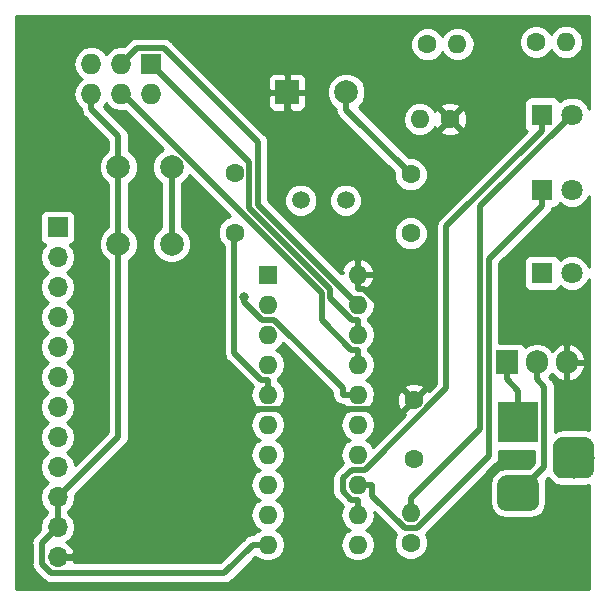
<source format=gbl>
G04 #@! TF.GenerationSoftware,KiCad,Pcbnew,5.0.2-5.fc29*
G04 #@! TF.CreationDate,2019-02-21T16:31:19+01:00*
G04 #@! TF.ProjectId,AVR Dev,41565220-4465-4762-9e6b-696361645f70,rev?*
G04 #@! TF.SameCoordinates,Original*
G04 #@! TF.FileFunction,Copper,L2,Bot*
G04 #@! TF.FilePolarity,Positive*
%FSLAX46Y46*%
G04 Gerber Fmt 4.6, Leading zero omitted, Abs format (unit mm)*
G04 Created by KiCad (PCBNEW 5.0.2-5.fc29) date czw, 21 lut 2019, 16:31:19*
%MOMM*%
%LPD*%
G01*
G04 APERTURE LIST*
G04 #@! TA.AperFunction,ComponentPad*
%ADD10C,1.600000*%
G04 #@! TD*
G04 #@! TA.AperFunction,ComponentPad*
%ADD11R,2.000000X2.000000*%
G04 #@! TD*
G04 #@! TA.AperFunction,ComponentPad*
%ADD12C,2.000000*%
G04 #@! TD*
G04 #@! TA.AperFunction,ComponentPad*
%ADD13R,1.800000X1.800000*%
G04 #@! TD*
G04 #@! TA.AperFunction,ComponentPad*
%ADD14C,1.800000*%
G04 #@! TD*
G04 #@! TA.AperFunction,ComponentPad*
%ADD15R,3.500000X3.500000*%
G04 #@! TD*
G04 #@! TA.AperFunction,Conductor*
%ADD16C,0.200000*%
G04 #@! TD*
G04 #@! TA.AperFunction,ComponentPad*
%ADD17C,3.000000*%
G04 #@! TD*
G04 #@! TA.AperFunction,ComponentPad*
%ADD18C,3.500000*%
G04 #@! TD*
G04 #@! TA.AperFunction,ComponentPad*
%ADD19R,1.700000X1.700000*%
G04 #@! TD*
G04 #@! TA.AperFunction,ComponentPad*
%ADD20O,1.700000X1.700000*%
G04 #@! TD*
G04 #@! TA.AperFunction,ComponentPad*
%ADD21R,1.727200X1.727200*%
G04 #@! TD*
G04 #@! TA.AperFunction,ComponentPad*
%ADD22O,1.727200X1.727200*%
G04 #@! TD*
G04 #@! TA.AperFunction,ComponentPad*
%ADD23O,1.600000X1.600000*%
G04 #@! TD*
G04 #@! TA.AperFunction,ComponentPad*
%ADD24R,1.905000X2.000000*%
G04 #@! TD*
G04 #@! TA.AperFunction,ComponentPad*
%ADD25O,1.905000X2.000000*%
G04 #@! TD*
G04 #@! TA.AperFunction,ComponentPad*
%ADD26R,1.600000X1.600000*%
G04 #@! TD*
G04 #@! TA.AperFunction,ComponentPad*
%ADD27C,1.500000*%
G04 #@! TD*
G04 #@! TA.AperFunction,ViaPad*
%ADD28C,0.800000*%
G04 #@! TD*
G04 #@! TA.AperFunction,Conductor*
%ADD29C,0.500000*%
G04 #@! TD*
G04 #@! TA.AperFunction,Conductor*
%ADD30C,0.254000*%
G04 #@! TD*
G04 APERTURE END LIST*
D10*
G04 #@! TO.P,C1,1*
G04 #@! TO.N,VCC*
X170878000Y-80073500D03*
G04 #@! TO.P,C1,2*
G04 #@! TO.N,GND*
X170878000Y-85073500D03*
G04 #@! TD*
D11*
G04 #@! TO.P,C2,1*
G04 #@! TO.N,VCC*
X160147000Y-54038500D03*
D12*
G04 #@! TO.P,C2,2*
G04 #@! TO.N,GND*
X165147000Y-54038500D03*
G04 #@! TD*
D10*
G04 #@! TO.P,C3,1*
G04 #@! TO.N,Net-(C3-Pad1)*
X155702000Y-65913000D03*
G04 #@! TO.P,C3,2*
G04 #@! TO.N,GND*
X155702000Y-60913000D03*
G04 #@! TD*
G04 #@! TO.P,C4,2*
G04 #@! TO.N,GND*
X170624000Y-60976500D03*
G04 #@! TO.P,C4,1*
G04 #@! TO.N,Net-(C4-Pad1)*
X170624000Y-65976500D03*
G04 #@! TD*
D13*
G04 #@! TO.P,D1,1*
G04 #@! TO.N,Net-(D1-Pad1)*
X181737000Y-55943500D03*
D14*
G04 #@! TO.P,D1,2*
G04 #@! TO.N,Net-(D1-Pad2)*
X184277000Y-55943500D03*
G04 #@! TD*
G04 #@! TO.P,D2,2*
G04 #@! TO.N,Net-(D2-Pad2)*
X184277000Y-62293500D03*
D13*
G04 #@! TO.P,D2,1*
G04 #@! TO.N,Net-(D2-Pad1)*
X181737000Y-62293500D03*
G04 #@! TD*
G04 #@! TO.P,D3,1*
G04 #@! TO.N,Net-(D3-Pad1)*
X181737000Y-69342000D03*
D14*
G04 #@! TO.P,D3,2*
G04 #@! TO.N,Net-(D3-Pad2)*
X184277000Y-69342000D03*
G04 #@! TD*
D15*
G04 #@! TO.P,J1,1*
G04 #@! TO.N,Net-(J1-Pad1)*
X179705000Y-81978500D03*
D16*
G04 #@! TD*
G04 #@! TO.N,GND*
G04 #@! TO.C,J1*
G36*
X180778513Y-86482111D02*
X180851318Y-86492911D01*
X180922714Y-86510795D01*
X180992013Y-86535590D01*
X181058548Y-86567059D01*
X181121678Y-86604898D01*
X181180795Y-86648742D01*
X181235330Y-86698170D01*
X181284758Y-86752705D01*
X181328602Y-86811822D01*
X181366441Y-86874952D01*
X181397910Y-86941487D01*
X181422705Y-87010786D01*
X181440589Y-87082182D01*
X181451389Y-87154987D01*
X181455000Y-87228500D01*
X181455000Y-88728500D01*
X181451389Y-88802013D01*
X181440589Y-88874818D01*
X181422705Y-88946214D01*
X181397910Y-89015513D01*
X181366441Y-89082048D01*
X181328602Y-89145178D01*
X181284758Y-89204295D01*
X181235330Y-89258830D01*
X181180795Y-89308258D01*
X181121678Y-89352102D01*
X181058548Y-89389941D01*
X180992013Y-89421410D01*
X180922714Y-89446205D01*
X180851318Y-89464089D01*
X180778513Y-89474889D01*
X180705000Y-89478500D01*
X178705000Y-89478500D01*
X178631487Y-89474889D01*
X178558682Y-89464089D01*
X178487286Y-89446205D01*
X178417987Y-89421410D01*
X178351452Y-89389941D01*
X178288322Y-89352102D01*
X178229205Y-89308258D01*
X178174670Y-89258830D01*
X178125242Y-89204295D01*
X178081398Y-89145178D01*
X178043559Y-89082048D01*
X178012090Y-89015513D01*
X177987295Y-88946214D01*
X177969411Y-88874818D01*
X177958611Y-88802013D01*
X177955000Y-88728500D01*
X177955000Y-87228500D01*
X177958611Y-87154987D01*
X177969411Y-87082182D01*
X177987295Y-87010786D01*
X178012090Y-86941487D01*
X178043559Y-86874952D01*
X178081398Y-86811822D01*
X178125242Y-86752705D01*
X178174670Y-86698170D01*
X178229205Y-86648742D01*
X178288322Y-86604898D01*
X178351452Y-86567059D01*
X178417987Y-86535590D01*
X178487286Y-86510795D01*
X178558682Y-86492911D01*
X178631487Y-86482111D01*
X178705000Y-86478500D01*
X180705000Y-86478500D01*
X180778513Y-86482111D01*
X180778513Y-86482111D01*
G37*
D17*
G04 #@! TO.P,J1,2*
G04 #@! TO.N,GND*
X179705000Y-87978500D03*
D16*
G04 #@! TD*
G04 #@! TO.N,N/C*
G04 #@! TO.C,J1*
G36*
X185365765Y-83232713D02*
X185450704Y-83245313D01*
X185533999Y-83266177D01*
X185614848Y-83295105D01*
X185692472Y-83331819D01*
X185766124Y-83375964D01*
X185835094Y-83427116D01*
X185898718Y-83484782D01*
X185956384Y-83548406D01*
X186007536Y-83617376D01*
X186051681Y-83691028D01*
X186088395Y-83768652D01*
X186117323Y-83849501D01*
X186138187Y-83932796D01*
X186150787Y-84017735D01*
X186155000Y-84103500D01*
X186155000Y-85853500D01*
X186150787Y-85939265D01*
X186138187Y-86024204D01*
X186117323Y-86107499D01*
X186088395Y-86188348D01*
X186051681Y-86265972D01*
X186007536Y-86339624D01*
X185956384Y-86408594D01*
X185898718Y-86472218D01*
X185835094Y-86529884D01*
X185766124Y-86581036D01*
X185692472Y-86625181D01*
X185614848Y-86661895D01*
X185533999Y-86690823D01*
X185450704Y-86711687D01*
X185365765Y-86724287D01*
X185280000Y-86728500D01*
X183530000Y-86728500D01*
X183444235Y-86724287D01*
X183359296Y-86711687D01*
X183276001Y-86690823D01*
X183195152Y-86661895D01*
X183117528Y-86625181D01*
X183043876Y-86581036D01*
X182974906Y-86529884D01*
X182911282Y-86472218D01*
X182853616Y-86408594D01*
X182802464Y-86339624D01*
X182758319Y-86265972D01*
X182721605Y-86188348D01*
X182692677Y-86107499D01*
X182671813Y-86024204D01*
X182659213Y-85939265D01*
X182655000Y-85853500D01*
X182655000Y-84103500D01*
X182659213Y-84017735D01*
X182671813Y-83932796D01*
X182692677Y-83849501D01*
X182721605Y-83768652D01*
X182758319Y-83691028D01*
X182802464Y-83617376D01*
X182853616Y-83548406D01*
X182911282Y-83484782D01*
X182974906Y-83427116D01*
X183043876Y-83375964D01*
X183117528Y-83331819D01*
X183195152Y-83295105D01*
X183276001Y-83266177D01*
X183359296Y-83245313D01*
X183444235Y-83232713D01*
X183530000Y-83228500D01*
X185280000Y-83228500D01*
X185365765Y-83232713D01*
X185365765Y-83232713D01*
G37*
D18*
G04 #@! TO.P,J1,3*
G04 #@! TO.N,N/C*
X184405000Y-84978500D03*
G04 #@! TD*
D19*
G04 #@! TO.P,J2,1*
G04 #@! TO.N,Net-(J2-Pad1)*
X140716000Y-65468500D03*
D20*
G04 #@! TO.P,J2,2*
G04 #@! TO.N,Net-(J2-Pad2)*
X140716000Y-68008500D03*
G04 #@! TO.P,J2,3*
G04 #@! TO.N,Net-(J2-Pad3)*
X140716000Y-70548500D03*
G04 #@! TO.P,J2,4*
G04 #@! TO.N,Net-(J2-Pad4)*
X140716000Y-73088500D03*
G04 #@! TO.P,J2,5*
G04 #@! TO.N,Net-(J2-Pad5)*
X140716000Y-75628500D03*
G04 #@! TO.P,J2,6*
G04 #@! TO.N,Net-(J2-Pad6)*
X140716000Y-78168500D03*
G04 #@! TO.P,J2,7*
G04 #@! TO.N,Net-(J2-Pad7)*
X140716000Y-80708500D03*
G04 #@! TO.P,J2,8*
G04 #@! TO.N,Net-(J2-Pad8)*
X140716000Y-83248500D03*
G04 #@! TO.P,J2,9*
G04 #@! TO.N,Net-(J2-Pad9)*
X140716000Y-85788500D03*
G04 #@! TO.P,J2,10*
G04 #@! TO.N,GND*
X140716000Y-88328500D03*
G04 #@! TO.P,J2,11*
X140716000Y-90868500D03*
G04 #@! TO.P,J2,12*
G04 #@! TO.N,VCC*
X140716000Y-93408500D03*
G04 #@! TD*
D21*
G04 #@! TO.P,J3,1*
G04 #@! TO.N,MISO*
X148654000Y-51625500D03*
D22*
G04 #@! TO.P,J3,2*
G04 #@! TO.N,VCC*
X148654000Y-54165500D03*
G04 #@! TO.P,J3,3*
G04 #@! TO.N,SCK*
X146114000Y-51625500D03*
G04 #@! TO.P,J3,4*
G04 #@! TO.N,MOSI*
X146114000Y-54165500D03*
G04 #@! TO.P,J3,5*
G04 #@! TO.N,RST*
X143574000Y-51625500D03*
G04 #@! TO.P,J3,6*
G04 #@! TO.N,GND*
X143574000Y-54165500D03*
G04 #@! TD*
D23*
G04 #@! TO.P,R1,2*
G04 #@! TO.N,RST*
X171386000Y-56324500D03*
D10*
G04 #@! TO.P,R1,1*
G04 #@! TO.N,VCC*
X173926000Y-56324500D03*
G04 #@! TD*
G04 #@! TO.P,R2,1*
G04 #@! TO.N,GND*
X170624000Y-92202000D03*
D23*
G04 #@! TO.P,R2,2*
G04 #@! TO.N,Net-(D1-Pad2)*
X170624000Y-89662000D03*
G04 #@! TD*
D10*
G04 #@! TO.P,R3,1*
G04 #@! TO.N,GND*
X172022000Y-49974500D03*
D23*
G04 #@! TO.P,R3,2*
G04 #@! TO.N,Net-(D3-Pad2)*
X174562000Y-49974500D03*
G04 #@! TD*
G04 #@! TO.P,R4,2*
G04 #@! TO.N,Net-(D2-Pad2)*
X183769000Y-49784000D03*
D10*
G04 #@! TO.P,R4,1*
G04 #@! TO.N,GND*
X181229000Y-49784000D03*
G04 #@! TD*
D12*
G04 #@! TO.P,SW1,2*
G04 #@! TO.N,RST*
X150360000Y-66865500D03*
G04 #@! TO.P,SW1,1*
G04 #@! TO.N,GND*
X145860000Y-66865500D03*
G04 #@! TO.P,SW1,2*
G04 #@! TO.N,RST*
X150360000Y-60365500D03*
G04 #@! TO.P,SW1,1*
G04 #@! TO.N,GND*
X145860000Y-60365500D03*
G04 #@! TD*
D24*
G04 #@! TO.P,U1,1*
G04 #@! TO.N,Net-(J1-Pad1)*
X178752000Y-76898500D03*
D25*
G04 #@! TO.P,U1,2*
G04 #@! TO.N,GND*
X181292000Y-76898500D03*
G04 #@! TO.P,U1,3*
G04 #@! TO.N,VCC*
X183832000Y-76898500D03*
G04 #@! TD*
D26*
G04 #@! TO.P,U2,1*
G04 #@! TO.N,RST*
X158496000Y-69469000D03*
D23*
G04 #@! TO.P,U2,11*
G04 #@! TO.N,Net-(J2-Pad9)*
X166116000Y-92329000D03*
G04 #@! TO.P,U2,2*
G04 #@! TO.N,Net-(J2-Pad3)*
X158496000Y-72009000D03*
G04 #@! TO.P,U2,12*
G04 #@! TO.N,Net-(D1-Pad1)*
X166116000Y-89789000D03*
G04 #@! TO.P,U2,3*
G04 #@! TO.N,Net-(J2-Pad4)*
X158496000Y-74549000D03*
G04 #@! TO.P,U2,13*
G04 #@! TO.N,Net-(D2-Pad1)*
X166116000Y-87249000D03*
G04 #@! TO.P,U2,4*
G04 #@! TO.N,Net-(C4-Pad1)*
X158496000Y-77089000D03*
G04 #@! TO.P,U2,14*
G04 #@! TO.N,Net-(D3-Pad1)*
X166116000Y-84709000D03*
G04 #@! TO.P,U2,5*
G04 #@! TO.N,Net-(C3-Pad1)*
X158496000Y-79629000D03*
G04 #@! TO.P,U2,15*
G04 #@! TO.N,Net-(J2-Pad1)*
X166116000Y-82169000D03*
G04 #@! TO.P,U2,6*
G04 #@! TO.N,Net-(J2-Pad5)*
X158496000Y-82169000D03*
G04 #@! TO.P,U2,16*
G04 #@! TO.N,Net-(J2-Pad2)*
X166116000Y-79629000D03*
G04 #@! TO.P,U2,7*
G04 #@! TO.N,Net-(J2-Pad6)*
X158496000Y-84709000D03*
G04 #@! TO.P,U2,17*
G04 #@! TO.N,MOSI*
X166116000Y-77089000D03*
G04 #@! TO.P,U2,8*
G04 #@! TO.N,Net-(J2-Pad7)*
X158496000Y-87249000D03*
G04 #@! TO.P,U2,18*
G04 #@! TO.N,MISO*
X166116000Y-74549000D03*
G04 #@! TO.P,U2,9*
G04 #@! TO.N,Net-(J2-Pad8)*
X158496000Y-89789000D03*
G04 #@! TO.P,U2,19*
G04 #@! TO.N,SCK*
X166116000Y-72009000D03*
G04 #@! TO.P,U2,10*
G04 #@! TO.N,GND*
X158496000Y-92329000D03*
G04 #@! TO.P,U2,20*
G04 #@! TO.N,VCC*
X166116000Y-69469000D03*
G04 #@! TD*
D27*
G04 #@! TO.P,Y1,1*
G04 #@! TO.N,Net-(C3-Pad1)*
X161300000Y-63182500D03*
G04 #@! TO.P,Y1,2*
G04 #@! TO.N,Net-(C4-Pad1)*
X165100000Y-63182500D03*
G04 #@! TD*
D28*
G04 #@! TO.N,Net-(J2-Pad2)*
X156534600Y-71377600D03*
G04 #@! TD*
D29*
G04 #@! TO.N,VCC*
X169894600Y-79090100D02*
X168105300Y-80879400D01*
X168105300Y-80879400D02*
X154545400Y-80879400D01*
X154545400Y-80879400D02*
X142016300Y-93408500D01*
X166116000Y-70719300D02*
X166663000Y-70719300D01*
X166663000Y-70719300D02*
X169894600Y-73950900D01*
X169894600Y-73950900D02*
X169894600Y-79090100D01*
X170878000Y-80073500D02*
X169894600Y-79090100D01*
X140716000Y-93408500D02*
X142016300Y-93408500D01*
X166116000Y-69469000D02*
X166116000Y-68218700D01*
X160147000Y-54038500D02*
X160147000Y-55488800D01*
X160147000Y-55488800D02*
X163040600Y-58382400D01*
X163040600Y-58382400D02*
X163040600Y-65143300D01*
X163040600Y-65143300D02*
X166116000Y-68218700D01*
X166116000Y-69469000D02*
X166116000Y-70719300D01*
G04 #@! TO.N,GND*
X158496000Y-92329000D02*
X157245700Y-92329000D01*
X157245700Y-92329000D02*
X154845200Y-94729500D01*
X154845200Y-94729500D02*
X140190300Y-94729500D01*
X140190300Y-94729500D02*
X139401000Y-93940200D01*
X139401000Y-93940200D02*
X139401000Y-92183500D01*
X139401000Y-92183500D02*
X140716000Y-90868500D01*
X143574000Y-54165500D02*
X143574000Y-55479400D01*
X145860000Y-60365500D02*
X145860000Y-57765400D01*
X145860000Y-57765400D02*
X143574000Y-55479400D01*
X145860000Y-66865500D02*
X145860000Y-60365500D01*
X170624000Y-60976500D02*
X165147000Y-55499500D01*
X165147000Y-55499500D02*
X165147000Y-54038500D01*
X140716000Y-88328500D02*
X145860000Y-83184500D01*
X145860000Y-83184500D02*
X145860000Y-66865500D01*
X140716000Y-90868500D02*
X140716000Y-88328500D01*
X181292000Y-76898500D02*
X181292000Y-78348800D01*
X181292000Y-78348800D02*
X181905400Y-78962200D01*
X181905400Y-78962200D02*
X181905400Y-85778100D01*
X181905400Y-85778100D02*
X179705000Y-87978500D01*
G04 #@! TO.N,Net-(C3-Pad1)*
X155702000Y-65913000D02*
X155684300Y-65930700D01*
X155684300Y-65930700D02*
X155684300Y-76110900D01*
X155684300Y-76110900D02*
X157952100Y-78378700D01*
X157952100Y-78378700D02*
X158496000Y-78378700D01*
X158496000Y-79629000D02*
X158496000Y-78378700D01*
G04 #@! TO.N,Net-(D1-Pad1)*
X181737000Y-55943500D02*
X181737000Y-57293800D01*
X166116000Y-89789000D02*
X166116000Y-88538700D01*
X166116000Y-88538700D02*
X165569000Y-88538700D01*
X165569000Y-88538700D02*
X164854600Y-87824300D01*
X164854600Y-87824300D02*
X164854600Y-86737800D01*
X164854600Y-86737800D02*
X165613400Y-85979000D01*
X165613400Y-85979000D02*
X166740900Y-85979000D01*
X166740900Y-85979000D02*
X173637400Y-79082500D01*
X173637400Y-79082500D02*
X173637400Y-65393400D01*
X173637400Y-65393400D02*
X181737000Y-57293800D01*
G04 #@! TO.N,Net-(D1-Pad2)*
X184277000Y-55943500D02*
X176515200Y-63705300D01*
X176515200Y-63705300D02*
X176515200Y-82520500D01*
X176515200Y-82520500D02*
X170624000Y-88411700D01*
X170624000Y-89662000D02*
X170624000Y-88411700D01*
G04 #@! TO.N,Net-(D2-Pad1)*
X181737000Y-62293500D02*
X181737000Y-63643800D01*
X166116000Y-87249000D02*
X167366300Y-87249000D01*
X167366300Y-87249000D02*
X167366300Y-88186700D01*
X167366300Y-88186700D02*
X170111600Y-90932000D01*
X170111600Y-90932000D02*
X171136700Y-90932000D01*
X171136700Y-90932000D02*
X177215600Y-84853100D01*
X177215600Y-84853100D02*
X177215600Y-68165200D01*
X177215600Y-68165200D02*
X181737000Y-63643800D01*
G04 #@! TO.N,Net-(J1-Pad1)*
X178752000Y-76898500D02*
X178752000Y-78348800D01*
X178752000Y-78348800D02*
X179705000Y-79301800D01*
X179705000Y-79301800D02*
X179705000Y-81978500D01*
G04 #@! TO.N,Net-(J2-Pad2)*
X166116000Y-79629000D02*
X164865700Y-79629000D01*
X164865700Y-79629000D02*
X164865700Y-79082000D01*
X164865700Y-79082000D02*
X159062700Y-73279000D01*
X159062700Y-73279000D02*
X157997600Y-73279000D01*
X157997600Y-73279000D02*
X156534600Y-71816000D01*
X156534600Y-71816000D02*
X156534600Y-71377600D01*
G04 #@! TO.N,MISO*
X166116000Y-74549000D02*
X166116000Y-73298700D01*
X166116000Y-73298700D02*
X165637400Y-73298700D01*
X165637400Y-73298700D02*
X163774400Y-71435700D01*
X163774400Y-71435700D02*
X163774400Y-70675700D01*
X163774400Y-70675700D02*
X156956000Y-63857300D01*
X156956000Y-63857300D02*
X156956000Y-59927500D01*
X156956000Y-59927500D02*
X148654000Y-51625500D01*
G04 #@! TO.N,SCK*
X166116000Y-72009000D02*
X157656300Y-63549300D01*
X157656300Y-63549300D02*
X157656300Y-58250500D01*
X157656300Y-58250500D02*
X149717300Y-50311500D01*
X149717300Y-50311500D02*
X147428000Y-50311500D01*
X147428000Y-50311500D02*
X146114000Y-51625500D01*
G04 #@! TO.N,MOSI*
X166116000Y-77089000D02*
X166116000Y-75838700D01*
X166116000Y-75838700D02*
X165569000Y-75838700D01*
X165569000Y-75838700D02*
X163074000Y-73343700D01*
X163074000Y-73343700D02*
X163074000Y-71025900D01*
X163074000Y-71025900D02*
X146213700Y-54165600D01*
X146213700Y-54165600D02*
X146114000Y-54165600D01*
X146114000Y-54165600D02*
X146114000Y-54165500D01*
G04 #@! TO.N,RST*
X150360000Y-60365500D02*
X150360000Y-66865500D01*
G04 #@! TD*
D30*
G04 #@! TO.N,VCC*
G36*
X185726501Y-55431757D02*
X185578310Y-55073993D01*
X185146507Y-54642190D01*
X184582330Y-54408500D01*
X183971670Y-54408500D01*
X183407493Y-54642190D01*
X183238275Y-54811408D01*
X183235157Y-54795735D01*
X183094809Y-54585691D01*
X182884765Y-54445343D01*
X182637000Y-54396060D01*
X180837000Y-54396060D01*
X180589235Y-54445343D01*
X180379191Y-54585691D01*
X180238843Y-54795735D01*
X180189560Y-55043500D01*
X180189560Y-56843500D01*
X180238843Y-57091265D01*
X180379191Y-57301309D01*
X180438370Y-57340851D01*
X173073245Y-64705977D01*
X172999352Y-64755351D01*
X172949978Y-64829244D01*
X172949976Y-64829246D01*
X172803748Y-65048091D01*
X172735063Y-65393400D01*
X172752401Y-65480566D01*
X172752400Y-78715921D01*
X172136832Y-79331489D01*
X172131864Y-79319495D01*
X171885745Y-79245361D01*
X171057605Y-80073500D01*
X171071748Y-80087643D01*
X170892143Y-80267248D01*
X170878000Y-80253105D01*
X170049861Y-81081245D01*
X170123995Y-81327364D01*
X170136473Y-81331849D01*
X167408256Y-84060066D01*
X167150577Y-83674423D01*
X166798242Y-83439000D01*
X167150577Y-83203577D01*
X167467740Y-82728909D01*
X167579113Y-82169000D01*
X167467740Y-81609091D01*
X167150577Y-81134423D01*
X166798242Y-80899000D01*
X167150577Y-80663577D01*
X167467740Y-80188909D01*
X167533816Y-79856723D01*
X169431035Y-79856723D01*
X169458222Y-80426954D01*
X169624136Y-80827505D01*
X169870255Y-80901639D01*
X170698395Y-80073500D01*
X169870255Y-79245361D01*
X169624136Y-79319495D01*
X169431035Y-79856723D01*
X167533816Y-79856723D01*
X167579113Y-79629000D01*
X167467740Y-79069091D01*
X167465511Y-79065755D01*
X170049861Y-79065755D01*
X170878000Y-79893895D01*
X171706139Y-79065755D01*
X171632005Y-78819636D01*
X171094777Y-78626535D01*
X170524546Y-78653722D01*
X170123995Y-78819636D01*
X170049861Y-79065755D01*
X167465511Y-79065755D01*
X167150577Y-78594423D01*
X166798242Y-78359000D01*
X167150577Y-78123577D01*
X167467740Y-77648909D01*
X167579113Y-77089000D01*
X167467740Y-76529091D01*
X167150577Y-76054423D01*
X167001000Y-75954479D01*
X167001000Y-75925865D01*
X167018338Y-75838700D01*
X166998161Y-75737260D01*
X166989058Y-75691500D01*
X167150577Y-75583577D01*
X167467740Y-75108909D01*
X167579113Y-74549000D01*
X167467740Y-73989091D01*
X167150577Y-73514423D01*
X167001000Y-73414479D01*
X167001000Y-73385865D01*
X167018338Y-73298700D01*
X166998161Y-73197260D01*
X166989058Y-73151500D01*
X167150577Y-73043577D01*
X167467740Y-72568909D01*
X167579113Y-72009000D01*
X167467740Y-71449091D01*
X167150577Y-70974423D01*
X166766892Y-70718053D01*
X166971134Y-70621389D01*
X167347041Y-70206423D01*
X167507904Y-69818039D01*
X167385915Y-69596000D01*
X166243000Y-69596000D01*
X166243000Y-69616000D01*
X165989000Y-69616000D01*
X165989000Y-69596000D01*
X165969000Y-69596000D01*
X165969000Y-69342000D01*
X165989000Y-69342000D01*
X165989000Y-68198371D01*
X166243000Y-68198371D01*
X166243000Y-69342000D01*
X167385915Y-69342000D01*
X167507904Y-69119961D01*
X167347041Y-68731577D01*
X166971134Y-68316611D01*
X166465041Y-68077086D01*
X166243000Y-68198371D01*
X165989000Y-68198371D01*
X165766959Y-68077086D01*
X165260866Y-68316611D01*
X164884959Y-68731577D01*
X164724096Y-69119961D01*
X164846084Y-69341998D01*
X164700577Y-69341998D01*
X161049640Y-65691061D01*
X169189000Y-65691061D01*
X169189000Y-66261939D01*
X169407466Y-66789362D01*
X169811138Y-67193034D01*
X170338561Y-67411500D01*
X170909439Y-67411500D01*
X171436862Y-67193034D01*
X171840534Y-66789362D01*
X172059000Y-66261939D01*
X172059000Y-65691061D01*
X171840534Y-65163638D01*
X171436862Y-64759966D01*
X170909439Y-64541500D01*
X170338561Y-64541500D01*
X169811138Y-64759966D01*
X169407466Y-65163638D01*
X169189000Y-65691061D01*
X161049640Y-65691061D01*
X158541300Y-63182722D01*
X158541300Y-62907006D01*
X159915000Y-62907006D01*
X159915000Y-63457994D01*
X160125853Y-63967040D01*
X160515460Y-64356647D01*
X161024506Y-64567500D01*
X161575494Y-64567500D01*
X162084540Y-64356647D01*
X162474147Y-63967040D01*
X162685000Y-63457994D01*
X162685000Y-62907006D01*
X163715000Y-62907006D01*
X163715000Y-63457994D01*
X163925853Y-63967040D01*
X164315460Y-64356647D01*
X164824506Y-64567500D01*
X165375494Y-64567500D01*
X165884540Y-64356647D01*
X166274147Y-63967040D01*
X166485000Y-63457994D01*
X166485000Y-62907006D01*
X166274147Y-62397960D01*
X165884540Y-62008353D01*
X165375494Y-61797500D01*
X164824506Y-61797500D01*
X164315460Y-62008353D01*
X163925853Y-62397960D01*
X163715000Y-62907006D01*
X162685000Y-62907006D01*
X162474147Y-62397960D01*
X162084540Y-62008353D01*
X161575494Y-61797500D01*
X161024506Y-61797500D01*
X160515460Y-62008353D01*
X160125853Y-62397960D01*
X159915000Y-62907006D01*
X158541300Y-62907006D01*
X158541300Y-58337659D01*
X158558637Y-58250499D01*
X158541300Y-58163339D01*
X158541300Y-58163335D01*
X158489952Y-57905190D01*
X158392605Y-57759500D01*
X158343724Y-57686345D01*
X158343723Y-57686344D01*
X158294349Y-57612451D01*
X158220456Y-57563077D01*
X154981629Y-54324250D01*
X158512000Y-54324250D01*
X158512000Y-55164810D01*
X158608673Y-55398199D01*
X158787302Y-55576827D01*
X159020691Y-55673500D01*
X159861250Y-55673500D01*
X160020000Y-55514750D01*
X160020000Y-54165500D01*
X160274000Y-54165500D01*
X160274000Y-55514750D01*
X160432750Y-55673500D01*
X161273309Y-55673500D01*
X161506698Y-55576827D01*
X161685327Y-55398199D01*
X161782000Y-55164810D01*
X161782000Y-54324250D01*
X161623250Y-54165500D01*
X160274000Y-54165500D01*
X160020000Y-54165500D01*
X158670750Y-54165500D01*
X158512000Y-54324250D01*
X154981629Y-54324250D01*
X153569569Y-52912190D01*
X158512000Y-52912190D01*
X158512000Y-53752750D01*
X158670750Y-53911500D01*
X160020000Y-53911500D01*
X160020000Y-52562250D01*
X160274000Y-52562250D01*
X160274000Y-53911500D01*
X161623250Y-53911500D01*
X161782000Y-53752750D01*
X161782000Y-53713278D01*
X163512000Y-53713278D01*
X163512000Y-54363722D01*
X163760914Y-54964653D01*
X164220847Y-55424586D01*
X164256617Y-55439402D01*
X164244663Y-55499500D01*
X164262000Y-55586661D01*
X164262000Y-55586664D01*
X164313348Y-55844809D01*
X164508951Y-56137549D01*
X164582847Y-56186925D01*
X169189000Y-60793079D01*
X169189000Y-61261939D01*
X169407466Y-61789362D01*
X169811138Y-62193034D01*
X170338561Y-62411500D01*
X170909439Y-62411500D01*
X171436862Y-62193034D01*
X171840534Y-61789362D01*
X172059000Y-61261939D01*
X172059000Y-60691061D01*
X171840534Y-60163638D01*
X171436862Y-59759966D01*
X170909439Y-59541500D01*
X170440579Y-59541500D01*
X167223579Y-56324500D01*
X169922887Y-56324500D01*
X170034260Y-56884409D01*
X170351423Y-57359077D01*
X170826091Y-57676240D01*
X171244667Y-57759500D01*
X171527333Y-57759500D01*
X171945909Y-57676240D01*
X172420577Y-57359077D01*
X172438505Y-57332245D01*
X173097861Y-57332245D01*
X173171995Y-57578364D01*
X173709223Y-57771465D01*
X174279454Y-57744278D01*
X174680005Y-57578364D01*
X174754139Y-57332245D01*
X173926000Y-56504105D01*
X173097861Y-57332245D01*
X172438505Y-57332245D01*
X172647611Y-57019297D01*
X172672136Y-57078505D01*
X172918255Y-57152639D01*
X173746395Y-56324500D01*
X174105605Y-56324500D01*
X174933745Y-57152639D01*
X175179864Y-57078505D01*
X175372965Y-56541277D01*
X175345778Y-55971046D01*
X175179864Y-55570495D01*
X174933745Y-55496361D01*
X174105605Y-56324500D01*
X173746395Y-56324500D01*
X172918255Y-55496361D01*
X172672136Y-55570495D01*
X172649720Y-55632859D01*
X172438506Y-55316755D01*
X173097861Y-55316755D01*
X173926000Y-56144895D01*
X174754139Y-55316755D01*
X174680005Y-55070636D01*
X174142777Y-54877535D01*
X173572546Y-54904722D01*
X173171995Y-55070636D01*
X173097861Y-55316755D01*
X172438506Y-55316755D01*
X172420577Y-55289923D01*
X171945909Y-54972760D01*
X171527333Y-54889500D01*
X171244667Y-54889500D01*
X170826091Y-54972760D01*
X170351423Y-55289923D01*
X170034260Y-55764591D01*
X169922887Y-56324500D01*
X167223579Y-56324500D01*
X166198409Y-55299330D01*
X166533086Y-54964653D01*
X166782000Y-54363722D01*
X166782000Y-53713278D01*
X166533086Y-53112347D01*
X166073153Y-52652414D01*
X165472222Y-52403500D01*
X164821778Y-52403500D01*
X164220847Y-52652414D01*
X163760914Y-53112347D01*
X163512000Y-53713278D01*
X161782000Y-53713278D01*
X161782000Y-52912190D01*
X161685327Y-52678801D01*
X161506698Y-52500173D01*
X161273309Y-52403500D01*
X160432750Y-52403500D01*
X160274000Y-52562250D01*
X160020000Y-52562250D01*
X159861250Y-52403500D01*
X159020691Y-52403500D01*
X158787302Y-52500173D01*
X158608673Y-52678801D01*
X158512000Y-52912190D01*
X153569569Y-52912190D01*
X150404725Y-49747347D01*
X150365780Y-49689061D01*
X170587000Y-49689061D01*
X170587000Y-50259939D01*
X170805466Y-50787362D01*
X171209138Y-51191034D01*
X171736561Y-51409500D01*
X172307439Y-51409500D01*
X172834862Y-51191034D01*
X173238534Y-50787362D01*
X173292394Y-50657332D01*
X173527423Y-51009077D01*
X174002091Y-51326240D01*
X174420667Y-51409500D01*
X174703333Y-51409500D01*
X175121909Y-51326240D01*
X175596577Y-51009077D01*
X175913740Y-50534409D01*
X176025113Y-49974500D01*
X175930443Y-49498561D01*
X179794000Y-49498561D01*
X179794000Y-50069439D01*
X180012466Y-50596862D01*
X180416138Y-51000534D01*
X180943561Y-51219000D01*
X181514439Y-51219000D01*
X182041862Y-51000534D01*
X182445534Y-50596862D01*
X182499394Y-50466832D01*
X182734423Y-50818577D01*
X183209091Y-51135740D01*
X183627667Y-51219000D01*
X183910333Y-51219000D01*
X184328909Y-51135740D01*
X184803577Y-50818577D01*
X185120740Y-50343909D01*
X185232113Y-49784000D01*
X185120740Y-49224091D01*
X184803577Y-48749423D01*
X184328909Y-48432260D01*
X183910333Y-48349000D01*
X183627667Y-48349000D01*
X183209091Y-48432260D01*
X182734423Y-48749423D01*
X182499394Y-49101168D01*
X182445534Y-48971138D01*
X182041862Y-48567466D01*
X181514439Y-48349000D01*
X180943561Y-48349000D01*
X180416138Y-48567466D01*
X180012466Y-48971138D01*
X179794000Y-49498561D01*
X175930443Y-49498561D01*
X175913740Y-49414591D01*
X175596577Y-48939923D01*
X175121909Y-48622760D01*
X174703333Y-48539500D01*
X174420667Y-48539500D01*
X174002091Y-48622760D01*
X173527423Y-48939923D01*
X173292394Y-49291668D01*
X173238534Y-49161638D01*
X172834862Y-48757966D01*
X172307439Y-48539500D01*
X171736561Y-48539500D01*
X171209138Y-48757966D01*
X170805466Y-49161638D01*
X170587000Y-49689061D01*
X150365780Y-49689061D01*
X150355349Y-49673451D01*
X150062610Y-49477848D01*
X149804465Y-49426500D01*
X149804461Y-49426500D01*
X149717300Y-49409163D01*
X149630139Y-49426500D01*
X147515161Y-49426500D01*
X147428000Y-49409163D01*
X147340839Y-49426500D01*
X147340835Y-49426500D01*
X147082690Y-49477848D01*
X146863845Y-49624076D01*
X146863844Y-49624077D01*
X146789951Y-49673451D01*
X146740577Y-49747344D01*
X146344526Y-50143395D01*
X146261598Y-50126900D01*
X145966402Y-50126900D01*
X145529275Y-50213850D01*
X145033570Y-50545070D01*
X144844000Y-50828781D01*
X144654430Y-50545070D01*
X144158725Y-50213850D01*
X143721598Y-50126900D01*
X143426402Y-50126900D01*
X142989275Y-50213850D01*
X142493570Y-50545070D01*
X142162350Y-51040775D01*
X142046041Y-51625500D01*
X142162350Y-52210225D01*
X142493570Y-52705930D01*
X142777281Y-52895500D01*
X142493570Y-53085070D01*
X142162350Y-53580775D01*
X142046041Y-54165500D01*
X142162350Y-54750225D01*
X142493570Y-55245930D01*
X142689001Y-55376513D01*
X142689001Y-55392235D01*
X142671663Y-55479400D01*
X142740348Y-55824709D01*
X142886576Y-56043554D01*
X142886578Y-56043556D01*
X142935952Y-56117449D01*
X143009845Y-56166823D01*
X144975001Y-58131980D01*
X144975001Y-58962368D01*
X144933847Y-58979414D01*
X144473914Y-59439347D01*
X144225000Y-60040278D01*
X144225000Y-60690722D01*
X144473914Y-61291653D01*
X144933847Y-61751586D01*
X144975001Y-61768632D01*
X144975000Y-65462368D01*
X144933847Y-65479414D01*
X144473914Y-65939347D01*
X144225000Y-66540278D01*
X144225000Y-67190722D01*
X144473914Y-67791653D01*
X144933847Y-68251586D01*
X144975001Y-68268633D01*
X144975000Y-82817921D01*
X142192651Y-85600271D01*
X142114839Y-85209082D01*
X141786625Y-84717875D01*
X141488239Y-84518500D01*
X141786625Y-84319125D01*
X142114839Y-83827918D01*
X142230092Y-83248500D01*
X142114839Y-82669082D01*
X141786625Y-82177875D01*
X141488239Y-81978500D01*
X141786625Y-81779125D01*
X142114839Y-81287918D01*
X142230092Y-80708500D01*
X142114839Y-80129082D01*
X141786625Y-79637875D01*
X141488239Y-79438500D01*
X141786625Y-79239125D01*
X142114839Y-78747918D01*
X142230092Y-78168500D01*
X142114839Y-77589082D01*
X141786625Y-77097875D01*
X141488239Y-76898500D01*
X141786625Y-76699125D01*
X142114839Y-76207918D01*
X142230092Y-75628500D01*
X142114839Y-75049082D01*
X141786625Y-74557875D01*
X141488239Y-74358500D01*
X141786625Y-74159125D01*
X142114839Y-73667918D01*
X142230092Y-73088500D01*
X142114839Y-72509082D01*
X141786625Y-72017875D01*
X141488239Y-71818500D01*
X141786625Y-71619125D01*
X142114839Y-71127918D01*
X142230092Y-70548500D01*
X142114839Y-69969082D01*
X141786625Y-69477875D01*
X141488239Y-69278500D01*
X141786625Y-69079125D01*
X142114839Y-68587918D01*
X142230092Y-68008500D01*
X142114839Y-67429082D01*
X141786625Y-66937875D01*
X141768381Y-66925684D01*
X141813765Y-66916657D01*
X142023809Y-66776309D01*
X142164157Y-66566265D01*
X142213440Y-66318500D01*
X142213440Y-64618500D01*
X142164157Y-64370735D01*
X142023809Y-64160691D01*
X141813765Y-64020343D01*
X141566000Y-63971060D01*
X139866000Y-63971060D01*
X139618235Y-64020343D01*
X139408191Y-64160691D01*
X139267843Y-64370735D01*
X139218560Y-64618500D01*
X139218560Y-66318500D01*
X139267843Y-66566265D01*
X139408191Y-66776309D01*
X139618235Y-66916657D01*
X139663619Y-66925684D01*
X139645375Y-66937875D01*
X139317161Y-67429082D01*
X139201908Y-68008500D01*
X139317161Y-68587918D01*
X139645375Y-69079125D01*
X139943761Y-69278500D01*
X139645375Y-69477875D01*
X139317161Y-69969082D01*
X139201908Y-70548500D01*
X139317161Y-71127918D01*
X139645375Y-71619125D01*
X139943761Y-71818500D01*
X139645375Y-72017875D01*
X139317161Y-72509082D01*
X139201908Y-73088500D01*
X139317161Y-73667918D01*
X139645375Y-74159125D01*
X139943761Y-74358500D01*
X139645375Y-74557875D01*
X139317161Y-75049082D01*
X139201908Y-75628500D01*
X139317161Y-76207918D01*
X139645375Y-76699125D01*
X139943761Y-76898500D01*
X139645375Y-77097875D01*
X139317161Y-77589082D01*
X139201908Y-78168500D01*
X139317161Y-78747918D01*
X139645375Y-79239125D01*
X139943761Y-79438500D01*
X139645375Y-79637875D01*
X139317161Y-80129082D01*
X139201908Y-80708500D01*
X139317161Y-81287918D01*
X139645375Y-81779125D01*
X139943761Y-81978500D01*
X139645375Y-82177875D01*
X139317161Y-82669082D01*
X139201908Y-83248500D01*
X139317161Y-83827918D01*
X139645375Y-84319125D01*
X139943761Y-84518500D01*
X139645375Y-84717875D01*
X139317161Y-85209082D01*
X139201908Y-85788500D01*
X139317161Y-86367918D01*
X139645375Y-86859125D01*
X139943761Y-87058500D01*
X139645375Y-87257875D01*
X139317161Y-87749082D01*
X139201908Y-88328500D01*
X139317161Y-88907918D01*
X139645375Y-89399125D01*
X139831001Y-89523156D01*
X139831000Y-89673844D01*
X139645375Y-89797875D01*
X139317161Y-90289082D01*
X139201908Y-90868500D01*
X139245462Y-91087460D01*
X138836845Y-91496077D01*
X138762952Y-91545451D01*
X138713578Y-91619344D01*
X138713576Y-91619346D01*
X138567348Y-91838191D01*
X138498663Y-92183500D01*
X138516001Y-92270665D01*
X138516000Y-93853039D01*
X138498663Y-93940200D01*
X138516000Y-94027361D01*
X138516000Y-94027364D01*
X138567348Y-94285509D01*
X138762951Y-94578249D01*
X138836847Y-94627625D01*
X139502877Y-95293656D01*
X139552251Y-95367549D01*
X139626144Y-95416923D01*
X139626145Y-95416924D01*
X139844990Y-95563152D01*
X140103135Y-95614500D01*
X140103139Y-95614500D01*
X140190300Y-95631837D01*
X140277461Y-95614500D01*
X154758039Y-95614500D01*
X154845200Y-95631837D01*
X154932361Y-95614500D01*
X154932365Y-95614500D01*
X155190510Y-95563152D01*
X155483249Y-95367549D01*
X155532625Y-95293653D01*
X157462190Y-93364089D01*
X157936091Y-93680740D01*
X158354667Y-93764000D01*
X158637333Y-93764000D01*
X159055909Y-93680740D01*
X159530577Y-93363577D01*
X159847740Y-92888909D01*
X159959113Y-92329000D01*
X159847740Y-91769091D01*
X159530577Y-91294423D01*
X159178242Y-91059000D01*
X159530577Y-90823577D01*
X159847740Y-90348909D01*
X159959113Y-89789000D01*
X159847740Y-89229091D01*
X159530577Y-88754423D01*
X159178242Y-88519000D01*
X159530577Y-88283577D01*
X159847740Y-87808909D01*
X159959113Y-87249000D01*
X159847740Y-86689091D01*
X159530577Y-86214423D01*
X159178242Y-85979000D01*
X159530577Y-85743577D01*
X159847740Y-85268909D01*
X159959113Y-84709000D01*
X159847740Y-84149091D01*
X159530577Y-83674423D01*
X159178242Y-83439000D01*
X159530577Y-83203577D01*
X159847740Y-82728909D01*
X159959113Y-82169000D01*
X159847740Y-81609091D01*
X159530577Y-81134423D01*
X159178242Y-80899000D01*
X159530577Y-80663577D01*
X159847740Y-80188909D01*
X159959113Y-79629000D01*
X159847740Y-79069091D01*
X159530577Y-78594423D01*
X159381000Y-78494479D01*
X159381000Y-78465865D01*
X159398338Y-78378700D01*
X159378161Y-78277260D01*
X159369058Y-78231500D01*
X159530577Y-78123577D01*
X159847740Y-77648909D01*
X159959113Y-77089000D01*
X159847740Y-76529091D01*
X159530577Y-76054423D01*
X159178242Y-75819000D01*
X159530577Y-75583577D01*
X159764944Y-75232822D01*
X163980700Y-79448579D01*
X163980700Y-79541835D01*
X163963362Y-79629000D01*
X164032048Y-79974310D01*
X164175439Y-80188909D01*
X164227651Y-80267049D01*
X164520390Y-80462652D01*
X164865700Y-80531338D01*
X164952864Y-80514000D01*
X164981479Y-80514000D01*
X165081423Y-80663577D01*
X165433758Y-80899000D01*
X165081423Y-81134423D01*
X164764260Y-81609091D01*
X164652887Y-82169000D01*
X164764260Y-82728909D01*
X165081423Y-83203577D01*
X165433758Y-83439000D01*
X165081423Y-83674423D01*
X164764260Y-84149091D01*
X164652887Y-84709000D01*
X164764260Y-85268909D01*
X164887488Y-85453333D01*
X164290445Y-86050377D01*
X164216552Y-86099751D01*
X164167178Y-86173644D01*
X164167176Y-86173646D01*
X164020948Y-86392491D01*
X163952263Y-86737800D01*
X163969601Y-86824965D01*
X163969600Y-87737139D01*
X163952263Y-87824300D01*
X163969600Y-87911461D01*
X163969600Y-87911464D01*
X164020948Y-88169609D01*
X164216551Y-88462349D01*
X164290447Y-88511725D01*
X164861813Y-89083092D01*
X164764260Y-89229091D01*
X164652887Y-89789000D01*
X164764260Y-90348909D01*
X165081423Y-90823577D01*
X165433758Y-91059000D01*
X165081423Y-91294423D01*
X164764260Y-91769091D01*
X164652887Y-92329000D01*
X164764260Y-92888909D01*
X165081423Y-93363577D01*
X165556091Y-93680740D01*
X165974667Y-93764000D01*
X166257333Y-93764000D01*
X166675909Y-93680740D01*
X167150577Y-93363577D01*
X167467740Y-92888909D01*
X167579113Y-92329000D01*
X167467740Y-91769091D01*
X167150577Y-91294423D01*
X166798242Y-91059000D01*
X167150577Y-90823577D01*
X167467740Y-90348909D01*
X167579113Y-89789000D01*
X167544870Y-89616848D01*
X169381016Y-91452995D01*
X169189000Y-91916561D01*
X169189000Y-92487439D01*
X169407466Y-93014862D01*
X169811138Y-93418534D01*
X170338561Y-93637000D01*
X170909439Y-93637000D01*
X171436862Y-93418534D01*
X171840534Y-93014862D01*
X172059000Y-92487439D01*
X172059000Y-91916561D01*
X171867072Y-91453206D01*
X177779756Y-85540523D01*
X177853649Y-85491149D01*
X177904634Y-85414846D01*
X178049252Y-85198410D01*
X178059806Y-85145349D01*
X178100600Y-84940265D01*
X178100600Y-84940261D01*
X178117937Y-84853100D01*
X178100600Y-84765939D01*
X178100600Y-84375940D01*
X181020401Y-84375940D01*
X181020401Y-85411520D01*
X180600861Y-85831060D01*
X178705000Y-85831060D01*
X178170223Y-85937434D01*
X177716861Y-86240361D01*
X177413934Y-86693723D01*
X177307560Y-87228500D01*
X177307560Y-88728500D01*
X177413934Y-89263277D01*
X177716861Y-89716639D01*
X178170223Y-90019566D01*
X178705000Y-90125940D01*
X180705000Y-90125940D01*
X181239777Y-90019566D01*
X181693139Y-89716639D01*
X181996066Y-89263277D01*
X182102440Y-88728500D01*
X182102440Y-87228500D01*
X182036762Y-86898316D01*
X182273860Y-86661219D01*
X182453472Y-86930028D01*
X182947387Y-87260051D01*
X183530000Y-87375940D01*
X185280000Y-87375940D01*
X185726500Y-87287126D01*
X185726500Y-96102500D01*
X137196500Y-96102500D01*
X137196500Y-47572500D01*
X185726501Y-47572500D01*
X185726501Y-55431757D01*
X185726501Y-55431757D01*
G37*
X185726501Y-55431757D02*
X185578310Y-55073993D01*
X185146507Y-54642190D01*
X184582330Y-54408500D01*
X183971670Y-54408500D01*
X183407493Y-54642190D01*
X183238275Y-54811408D01*
X183235157Y-54795735D01*
X183094809Y-54585691D01*
X182884765Y-54445343D01*
X182637000Y-54396060D01*
X180837000Y-54396060D01*
X180589235Y-54445343D01*
X180379191Y-54585691D01*
X180238843Y-54795735D01*
X180189560Y-55043500D01*
X180189560Y-56843500D01*
X180238843Y-57091265D01*
X180379191Y-57301309D01*
X180438370Y-57340851D01*
X173073245Y-64705977D01*
X172999352Y-64755351D01*
X172949978Y-64829244D01*
X172949976Y-64829246D01*
X172803748Y-65048091D01*
X172735063Y-65393400D01*
X172752401Y-65480566D01*
X172752400Y-78715921D01*
X172136832Y-79331489D01*
X172131864Y-79319495D01*
X171885745Y-79245361D01*
X171057605Y-80073500D01*
X171071748Y-80087643D01*
X170892143Y-80267248D01*
X170878000Y-80253105D01*
X170049861Y-81081245D01*
X170123995Y-81327364D01*
X170136473Y-81331849D01*
X167408256Y-84060066D01*
X167150577Y-83674423D01*
X166798242Y-83439000D01*
X167150577Y-83203577D01*
X167467740Y-82728909D01*
X167579113Y-82169000D01*
X167467740Y-81609091D01*
X167150577Y-81134423D01*
X166798242Y-80899000D01*
X167150577Y-80663577D01*
X167467740Y-80188909D01*
X167533816Y-79856723D01*
X169431035Y-79856723D01*
X169458222Y-80426954D01*
X169624136Y-80827505D01*
X169870255Y-80901639D01*
X170698395Y-80073500D01*
X169870255Y-79245361D01*
X169624136Y-79319495D01*
X169431035Y-79856723D01*
X167533816Y-79856723D01*
X167579113Y-79629000D01*
X167467740Y-79069091D01*
X167465511Y-79065755D01*
X170049861Y-79065755D01*
X170878000Y-79893895D01*
X171706139Y-79065755D01*
X171632005Y-78819636D01*
X171094777Y-78626535D01*
X170524546Y-78653722D01*
X170123995Y-78819636D01*
X170049861Y-79065755D01*
X167465511Y-79065755D01*
X167150577Y-78594423D01*
X166798242Y-78359000D01*
X167150577Y-78123577D01*
X167467740Y-77648909D01*
X167579113Y-77089000D01*
X167467740Y-76529091D01*
X167150577Y-76054423D01*
X167001000Y-75954479D01*
X167001000Y-75925865D01*
X167018338Y-75838700D01*
X166998161Y-75737260D01*
X166989058Y-75691500D01*
X167150577Y-75583577D01*
X167467740Y-75108909D01*
X167579113Y-74549000D01*
X167467740Y-73989091D01*
X167150577Y-73514423D01*
X167001000Y-73414479D01*
X167001000Y-73385865D01*
X167018338Y-73298700D01*
X166998161Y-73197260D01*
X166989058Y-73151500D01*
X167150577Y-73043577D01*
X167467740Y-72568909D01*
X167579113Y-72009000D01*
X167467740Y-71449091D01*
X167150577Y-70974423D01*
X166766892Y-70718053D01*
X166971134Y-70621389D01*
X167347041Y-70206423D01*
X167507904Y-69818039D01*
X167385915Y-69596000D01*
X166243000Y-69596000D01*
X166243000Y-69616000D01*
X165989000Y-69616000D01*
X165989000Y-69596000D01*
X165969000Y-69596000D01*
X165969000Y-69342000D01*
X165989000Y-69342000D01*
X165989000Y-68198371D01*
X166243000Y-68198371D01*
X166243000Y-69342000D01*
X167385915Y-69342000D01*
X167507904Y-69119961D01*
X167347041Y-68731577D01*
X166971134Y-68316611D01*
X166465041Y-68077086D01*
X166243000Y-68198371D01*
X165989000Y-68198371D01*
X165766959Y-68077086D01*
X165260866Y-68316611D01*
X164884959Y-68731577D01*
X164724096Y-69119961D01*
X164846084Y-69341998D01*
X164700577Y-69341998D01*
X161049640Y-65691061D01*
X169189000Y-65691061D01*
X169189000Y-66261939D01*
X169407466Y-66789362D01*
X169811138Y-67193034D01*
X170338561Y-67411500D01*
X170909439Y-67411500D01*
X171436862Y-67193034D01*
X171840534Y-66789362D01*
X172059000Y-66261939D01*
X172059000Y-65691061D01*
X171840534Y-65163638D01*
X171436862Y-64759966D01*
X170909439Y-64541500D01*
X170338561Y-64541500D01*
X169811138Y-64759966D01*
X169407466Y-65163638D01*
X169189000Y-65691061D01*
X161049640Y-65691061D01*
X158541300Y-63182722D01*
X158541300Y-62907006D01*
X159915000Y-62907006D01*
X159915000Y-63457994D01*
X160125853Y-63967040D01*
X160515460Y-64356647D01*
X161024506Y-64567500D01*
X161575494Y-64567500D01*
X162084540Y-64356647D01*
X162474147Y-63967040D01*
X162685000Y-63457994D01*
X162685000Y-62907006D01*
X163715000Y-62907006D01*
X163715000Y-63457994D01*
X163925853Y-63967040D01*
X164315460Y-64356647D01*
X164824506Y-64567500D01*
X165375494Y-64567500D01*
X165884540Y-64356647D01*
X166274147Y-63967040D01*
X166485000Y-63457994D01*
X166485000Y-62907006D01*
X166274147Y-62397960D01*
X165884540Y-62008353D01*
X165375494Y-61797500D01*
X164824506Y-61797500D01*
X164315460Y-62008353D01*
X163925853Y-62397960D01*
X163715000Y-62907006D01*
X162685000Y-62907006D01*
X162474147Y-62397960D01*
X162084540Y-62008353D01*
X161575494Y-61797500D01*
X161024506Y-61797500D01*
X160515460Y-62008353D01*
X160125853Y-62397960D01*
X159915000Y-62907006D01*
X158541300Y-62907006D01*
X158541300Y-58337659D01*
X158558637Y-58250499D01*
X158541300Y-58163339D01*
X158541300Y-58163335D01*
X158489952Y-57905190D01*
X158392605Y-57759500D01*
X158343724Y-57686345D01*
X158343723Y-57686344D01*
X158294349Y-57612451D01*
X158220456Y-57563077D01*
X154981629Y-54324250D01*
X158512000Y-54324250D01*
X158512000Y-55164810D01*
X158608673Y-55398199D01*
X158787302Y-55576827D01*
X159020691Y-55673500D01*
X159861250Y-55673500D01*
X160020000Y-55514750D01*
X160020000Y-54165500D01*
X160274000Y-54165500D01*
X160274000Y-55514750D01*
X160432750Y-55673500D01*
X161273309Y-55673500D01*
X161506698Y-55576827D01*
X161685327Y-55398199D01*
X161782000Y-55164810D01*
X161782000Y-54324250D01*
X161623250Y-54165500D01*
X160274000Y-54165500D01*
X160020000Y-54165500D01*
X158670750Y-54165500D01*
X158512000Y-54324250D01*
X154981629Y-54324250D01*
X153569569Y-52912190D01*
X158512000Y-52912190D01*
X158512000Y-53752750D01*
X158670750Y-53911500D01*
X160020000Y-53911500D01*
X160020000Y-52562250D01*
X160274000Y-52562250D01*
X160274000Y-53911500D01*
X161623250Y-53911500D01*
X161782000Y-53752750D01*
X161782000Y-53713278D01*
X163512000Y-53713278D01*
X163512000Y-54363722D01*
X163760914Y-54964653D01*
X164220847Y-55424586D01*
X164256617Y-55439402D01*
X164244663Y-55499500D01*
X164262000Y-55586661D01*
X164262000Y-55586664D01*
X164313348Y-55844809D01*
X164508951Y-56137549D01*
X164582847Y-56186925D01*
X169189000Y-60793079D01*
X169189000Y-61261939D01*
X169407466Y-61789362D01*
X169811138Y-62193034D01*
X170338561Y-62411500D01*
X170909439Y-62411500D01*
X171436862Y-62193034D01*
X171840534Y-61789362D01*
X172059000Y-61261939D01*
X172059000Y-60691061D01*
X171840534Y-60163638D01*
X171436862Y-59759966D01*
X170909439Y-59541500D01*
X170440579Y-59541500D01*
X167223579Y-56324500D01*
X169922887Y-56324500D01*
X170034260Y-56884409D01*
X170351423Y-57359077D01*
X170826091Y-57676240D01*
X171244667Y-57759500D01*
X171527333Y-57759500D01*
X171945909Y-57676240D01*
X172420577Y-57359077D01*
X172438505Y-57332245D01*
X173097861Y-57332245D01*
X173171995Y-57578364D01*
X173709223Y-57771465D01*
X174279454Y-57744278D01*
X174680005Y-57578364D01*
X174754139Y-57332245D01*
X173926000Y-56504105D01*
X173097861Y-57332245D01*
X172438505Y-57332245D01*
X172647611Y-57019297D01*
X172672136Y-57078505D01*
X172918255Y-57152639D01*
X173746395Y-56324500D01*
X174105605Y-56324500D01*
X174933745Y-57152639D01*
X175179864Y-57078505D01*
X175372965Y-56541277D01*
X175345778Y-55971046D01*
X175179864Y-55570495D01*
X174933745Y-55496361D01*
X174105605Y-56324500D01*
X173746395Y-56324500D01*
X172918255Y-55496361D01*
X172672136Y-55570495D01*
X172649720Y-55632859D01*
X172438506Y-55316755D01*
X173097861Y-55316755D01*
X173926000Y-56144895D01*
X174754139Y-55316755D01*
X174680005Y-55070636D01*
X174142777Y-54877535D01*
X173572546Y-54904722D01*
X173171995Y-55070636D01*
X173097861Y-55316755D01*
X172438506Y-55316755D01*
X172420577Y-55289923D01*
X171945909Y-54972760D01*
X171527333Y-54889500D01*
X171244667Y-54889500D01*
X170826091Y-54972760D01*
X170351423Y-55289923D01*
X170034260Y-55764591D01*
X169922887Y-56324500D01*
X167223579Y-56324500D01*
X166198409Y-55299330D01*
X166533086Y-54964653D01*
X166782000Y-54363722D01*
X166782000Y-53713278D01*
X166533086Y-53112347D01*
X166073153Y-52652414D01*
X165472222Y-52403500D01*
X164821778Y-52403500D01*
X164220847Y-52652414D01*
X163760914Y-53112347D01*
X163512000Y-53713278D01*
X161782000Y-53713278D01*
X161782000Y-52912190D01*
X161685327Y-52678801D01*
X161506698Y-52500173D01*
X161273309Y-52403500D01*
X160432750Y-52403500D01*
X160274000Y-52562250D01*
X160020000Y-52562250D01*
X159861250Y-52403500D01*
X159020691Y-52403500D01*
X158787302Y-52500173D01*
X158608673Y-52678801D01*
X158512000Y-52912190D01*
X153569569Y-52912190D01*
X150404725Y-49747347D01*
X150365780Y-49689061D01*
X170587000Y-49689061D01*
X170587000Y-50259939D01*
X170805466Y-50787362D01*
X171209138Y-51191034D01*
X171736561Y-51409500D01*
X172307439Y-51409500D01*
X172834862Y-51191034D01*
X173238534Y-50787362D01*
X173292394Y-50657332D01*
X173527423Y-51009077D01*
X174002091Y-51326240D01*
X174420667Y-51409500D01*
X174703333Y-51409500D01*
X175121909Y-51326240D01*
X175596577Y-51009077D01*
X175913740Y-50534409D01*
X176025113Y-49974500D01*
X175930443Y-49498561D01*
X179794000Y-49498561D01*
X179794000Y-50069439D01*
X180012466Y-50596862D01*
X180416138Y-51000534D01*
X180943561Y-51219000D01*
X181514439Y-51219000D01*
X182041862Y-51000534D01*
X182445534Y-50596862D01*
X182499394Y-50466832D01*
X182734423Y-50818577D01*
X183209091Y-51135740D01*
X183627667Y-51219000D01*
X183910333Y-51219000D01*
X184328909Y-51135740D01*
X184803577Y-50818577D01*
X185120740Y-50343909D01*
X185232113Y-49784000D01*
X185120740Y-49224091D01*
X184803577Y-48749423D01*
X184328909Y-48432260D01*
X183910333Y-48349000D01*
X183627667Y-48349000D01*
X183209091Y-48432260D01*
X182734423Y-48749423D01*
X182499394Y-49101168D01*
X182445534Y-48971138D01*
X182041862Y-48567466D01*
X181514439Y-48349000D01*
X180943561Y-48349000D01*
X180416138Y-48567466D01*
X180012466Y-48971138D01*
X179794000Y-49498561D01*
X175930443Y-49498561D01*
X175913740Y-49414591D01*
X175596577Y-48939923D01*
X175121909Y-48622760D01*
X174703333Y-48539500D01*
X174420667Y-48539500D01*
X174002091Y-48622760D01*
X173527423Y-48939923D01*
X173292394Y-49291668D01*
X173238534Y-49161638D01*
X172834862Y-48757966D01*
X172307439Y-48539500D01*
X171736561Y-48539500D01*
X171209138Y-48757966D01*
X170805466Y-49161638D01*
X170587000Y-49689061D01*
X150365780Y-49689061D01*
X150355349Y-49673451D01*
X150062610Y-49477848D01*
X149804465Y-49426500D01*
X149804461Y-49426500D01*
X149717300Y-49409163D01*
X149630139Y-49426500D01*
X147515161Y-49426500D01*
X147428000Y-49409163D01*
X147340839Y-49426500D01*
X147340835Y-49426500D01*
X147082690Y-49477848D01*
X146863845Y-49624076D01*
X146863844Y-49624077D01*
X146789951Y-49673451D01*
X146740577Y-49747344D01*
X146344526Y-50143395D01*
X146261598Y-50126900D01*
X145966402Y-50126900D01*
X145529275Y-50213850D01*
X145033570Y-50545070D01*
X144844000Y-50828781D01*
X144654430Y-50545070D01*
X144158725Y-50213850D01*
X143721598Y-50126900D01*
X143426402Y-50126900D01*
X142989275Y-50213850D01*
X142493570Y-50545070D01*
X142162350Y-51040775D01*
X142046041Y-51625500D01*
X142162350Y-52210225D01*
X142493570Y-52705930D01*
X142777281Y-52895500D01*
X142493570Y-53085070D01*
X142162350Y-53580775D01*
X142046041Y-54165500D01*
X142162350Y-54750225D01*
X142493570Y-55245930D01*
X142689001Y-55376513D01*
X142689001Y-55392235D01*
X142671663Y-55479400D01*
X142740348Y-55824709D01*
X142886576Y-56043554D01*
X142886578Y-56043556D01*
X142935952Y-56117449D01*
X143009845Y-56166823D01*
X144975001Y-58131980D01*
X144975001Y-58962368D01*
X144933847Y-58979414D01*
X144473914Y-59439347D01*
X144225000Y-60040278D01*
X144225000Y-60690722D01*
X144473914Y-61291653D01*
X144933847Y-61751586D01*
X144975001Y-61768632D01*
X144975000Y-65462368D01*
X144933847Y-65479414D01*
X144473914Y-65939347D01*
X144225000Y-66540278D01*
X144225000Y-67190722D01*
X144473914Y-67791653D01*
X144933847Y-68251586D01*
X144975001Y-68268633D01*
X144975000Y-82817921D01*
X142192651Y-85600271D01*
X142114839Y-85209082D01*
X141786625Y-84717875D01*
X141488239Y-84518500D01*
X141786625Y-84319125D01*
X142114839Y-83827918D01*
X142230092Y-83248500D01*
X142114839Y-82669082D01*
X141786625Y-82177875D01*
X141488239Y-81978500D01*
X141786625Y-81779125D01*
X142114839Y-81287918D01*
X142230092Y-80708500D01*
X142114839Y-80129082D01*
X141786625Y-79637875D01*
X141488239Y-79438500D01*
X141786625Y-79239125D01*
X142114839Y-78747918D01*
X142230092Y-78168500D01*
X142114839Y-77589082D01*
X141786625Y-77097875D01*
X141488239Y-76898500D01*
X141786625Y-76699125D01*
X142114839Y-76207918D01*
X142230092Y-75628500D01*
X142114839Y-75049082D01*
X141786625Y-74557875D01*
X141488239Y-74358500D01*
X141786625Y-74159125D01*
X142114839Y-73667918D01*
X142230092Y-73088500D01*
X142114839Y-72509082D01*
X141786625Y-72017875D01*
X141488239Y-71818500D01*
X141786625Y-71619125D01*
X142114839Y-71127918D01*
X142230092Y-70548500D01*
X142114839Y-69969082D01*
X141786625Y-69477875D01*
X141488239Y-69278500D01*
X141786625Y-69079125D01*
X142114839Y-68587918D01*
X142230092Y-68008500D01*
X142114839Y-67429082D01*
X141786625Y-66937875D01*
X141768381Y-66925684D01*
X141813765Y-66916657D01*
X142023809Y-66776309D01*
X142164157Y-66566265D01*
X142213440Y-66318500D01*
X142213440Y-64618500D01*
X142164157Y-64370735D01*
X142023809Y-64160691D01*
X141813765Y-64020343D01*
X141566000Y-63971060D01*
X139866000Y-63971060D01*
X139618235Y-64020343D01*
X139408191Y-64160691D01*
X139267843Y-64370735D01*
X139218560Y-64618500D01*
X139218560Y-66318500D01*
X139267843Y-66566265D01*
X139408191Y-66776309D01*
X139618235Y-66916657D01*
X139663619Y-66925684D01*
X139645375Y-66937875D01*
X139317161Y-67429082D01*
X139201908Y-68008500D01*
X139317161Y-68587918D01*
X139645375Y-69079125D01*
X139943761Y-69278500D01*
X139645375Y-69477875D01*
X139317161Y-69969082D01*
X139201908Y-70548500D01*
X139317161Y-71127918D01*
X139645375Y-71619125D01*
X139943761Y-71818500D01*
X139645375Y-72017875D01*
X139317161Y-72509082D01*
X139201908Y-73088500D01*
X139317161Y-73667918D01*
X139645375Y-74159125D01*
X139943761Y-74358500D01*
X139645375Y-74557875D01*
X139317161Y-75049082D01*
X139201908Y-75628500D01*
X139317161Y-76207918D01*
X139645375Y-76699125D01*
X139943761Y-76898500D01*
X139645375Y-77097875D01*
X139317161Y-77589082D01*
X139201908Y-78168500D01*
X139317161Y-78747918D01*
X139645375Y-79239125D01*
X139943761Y-79438500D01*
X139645375Y-79637875D01*
X139317161Y-80129082D01*
X139201908Y-80708500D01*
X139317161Y-81287918D01*
X139645375Y-81779125D01*
X139943761Y-81978500D01*
X139645375Y-82177875D01*
X139317161Y-82669082D01*
X139201908Y-83248500D01*
X139317161Y-83827918D01*
X139645375Y-84319125D01*
X139943761Y-84518500D01*
X139645375Y-84717875D01*
X139317161Y-85209082D01*
X139201908Y-85788500D01*
X139317161Y-86367918D01*
X139645375Y-86859125D01*
X139943761Y-87058500D01*
X139645375Y-87257875D01*
X139317161Y-87749082D01*
X139201908Y-88328500D01*
X139317161Y-88907918D01*
X139645375Y-89399125D01*
X139831001Y-89523156D01*
X139831000Y-89673844D01*
X139645375Y-89797875D01*
X139317161Y-90289082D01*
X139201908Y-90868500D01*
X139245462Y-91087460D01*
X138836845Y-91496077D01*
X138762952Y-91545451D01*
X138713578Y-91619344D01*
X138713576Y-91619346D01*
X138567348Y-91838191D01*
X138498663Y-92183500D01*
X138516001Y-92270665D01*
X138516000Y-93853039D01*
X138498663Y-93940200D01*
X138516000Y-94027361D01*
X138516000Y-94027364D01*
X138567348Y-94285509D01*
X138762951Y-94578249D01*
X138836847Y-94627625D01*
X139502877Y-95293656D01*
X139552251Y-95367549D01*
X139626144Y-95416923D01*
X139626145Y-95416924D01*
X139844990Y-95563152D01*
X140103135Y-95614500D01*
X140103139Y-95614500D01*
X140190300Y-95631837D01*
X140277461Y-95614500D01*
X154758039Y-95614500D01*
X154845200Y-95631837D01*
X154932361Y-95614500D01*
X154932365Y-95614500D01*
X155190510Y-95563152D01*
X155483249Y-95367549D01*
X155532625Y-95293653D01*
X157462190Y-93364089D01*
X157936091Y-93680740D01*
X158354667Y-93764000D01*
X158637333Y-93764000D01*
X159055909Y-93680740D01*
X159530577Y-93363577D01*
X159847740Y-92888909D01*
X159959113Y-92329000D01*
X159847740Y-91769091D01*
X159530577Y-91294423D01*
X159178242Y-91059000D01*
X159530577Y-90823577D01*
X159847740Y-90348909D01*
X159959113Y-89789000D01*
X159847740Y-89229091D01*
X159530577Y-88754423D01*
X159178242Y-88519000D01*
X159530577Y-88283577D01*
X159847740Y-87808909D01*
X159959113Y-87249000D01*
X159847740Y-86689091D01*
X159530577Y-86214423D01*
X159178242Y-85979000D01*
X159530577Y-85743577D01*
X159847740Y-85268909D01*
X159959113Y-84709000D01*
X159847740Y-84149091D01*
X159530577Y-83674423D01*
X159178242Y-83439000D01*
X159530577Y-83203577D01*
X159847740Y-82728909D01*
X159959113Y-82169000D01*
X159847740Y-81609091D01*
X159530577Y-81134423D01*
X159178242Y-80899000D01*
X159530577Y-80663577D01*
X159847740Y-80188909D01*
X159959113Y-79629000D01*
X159847740Y-79069091D01*
X159530577Y-78594423D01*
X159381000Y-78494479D01*
X159381000Y-78465865D01*
X159398338Y-78378700D01*
X159378161Y-78277260D01*
X159369058Y-78231500D01*
X159530577Y-78123577D01*
X159847740Y-77648909D01*
X159959113Y-77089000D01*
X159847740Y-76529091D01*
X159530577Y-76054423D01*
X159178242Y-75819000D01*
X159530577Y-75583577D01*
X159764944Y-75232822D01*
X163980700Y-79448579D01*
X163980700Y-79541835D01*
X163963362Y-79629000D01*
X164032048Y-79974310D01*
X164175439Y-80188909D01*
X164227651Y-80267049D01*
X164520390Y-80462652D01*
X164865700Y-80531338D01*
X164952864Y-80514000D01*
X164981479Y-80514000D01*
X165081423Y-80663577D01*
X165433758Y-80899000D01*
X165081423Y-81134423D01*
X164764260Y-81609091D01*
X164652887Y-82169000D01*
X164764260Y-82728909D01*
X165081423Y-83203577D01*
X165433758Y-83439000D01*
X165081423Y-83674423D01*
X164764260Y-84149091D01*
X164652887Y-84709000D01*
X164764260Y-85268909D01*
X164887488Y-85453333D01*
X164290445Y-86050377D01*
X164216552Y-86099751D01*
X164167178Y-86173644D01*
X164167176Y-86173646D01*
X164020948Y-86392491D01*
X163952263Y-86737800D01*
X163969601Y-86824965D01*
X163969600Y-87737139D01*
X163952263Y-87824300D01*
X163969600Y-87911461D01*
X163969600Y-87911464D01*
X164020948Y-88169609D01*
X164216551Y-88462349D01*
X164290447Y-88511725D01*
X164861813Y-89083092D01*
X164764260Y-89229091D01*
X164652887Y-89789000D01*
X164764260Y-90348909D01*
X165081423Y-90823577D01*
X165433758Y-91059000D01*
X165081423Y-91294423D01*
X164764260Y-91769091D01*
X164652887Y-92329000D01*
X164764260Y-92888909D01*
X165081423Y-93363577D01*
X165556091Y-93680740D01*
X165974667Y-93764000D01*
X166257333Y-93764000D01*
X166675909Y-93680740D01*
X167150577Y-93363577D01*
X167467740Y-92888909D01*
X167579113Y-92329000D01*
X167467740Y-91769091D01*
X167150577Y-91294423D01*
X166798242Y-91059000D01*
X167150577Y-90823577D01*
X167467740Y-90348909D01*
X167579113Y-89789000D01*
X167544870Y-89616848D01*
X169381016Y-91452995D01*
X169189000Y-91916561D01*
X169189000Y-92487439D01*
X169407466Y-93014862D01*
X169811138Y-93418534D01*
X170338561Y-93637000D01*
X170909439Y-93637000D01*
X171436862Y-93418534D01*
X171840534Y-93014862D01*
X172059000Y-92487439D01*
X172059000Y-91916561D01*
X171867072Y-91453206D01*
X177779756Y-85540523D01*
X177853649Y-85491149D01*
X177904634Y-85414846D01*
X178049252Y-85198410D01*
X178059806Y-85145349D01*
X178100600Y-84940265D01*
X178100600Y-84940261D01*
X178117937Y-84853100D01*
X178100600Y-84765939D01*
X178100600Y-84375940D01*
X181020401Y-84375940D01*
X181020401Y-85411520D01*
X180600861Y-85831060D01*
X178705000Y-85831060D01*
X178170223Y-85937434D01*
X177716861Y-86240361D01*
X177413934Y-86693723D01*
X177307560Y-87228500D01*
X177307560Y-88728500D01*
X177413934Y-89263277D01*
X177716861Y-89716639D01*
X178170223Y-90019566D01*
X178705000Y-90125940D01*
X180705000Y-90125940D01*
X181239777Y-90019566D01*
X181693139Y-89716639D01*
X181996066Y-89263277D01*
X182102440Y-88728500D01*
X182102440Y-87228500D01*
X182036762Y-86898316D01*
X182273860Y-86661219D01*
X182453472Y-86930028D01*
X182947387Y-87260051D01*
X183530000Y-87375940D01*
X185280000Y-87375940D01*
X185726500Y-87287126D01*
X185726500Y-96102500D01*
X137196500Y-96102500D01*
X137196500Y-47572500D01*
X185726501Y-47572500D01*
X185726501Y-55431757D01*
G36*
X145033570Y-55245930D02*
X145529275Y-55577150D01*
X145966402Y-55664100D01*
X146261598Y-55664100D01*
X146427602Y-55631080D01*
X149675740Y-58879218D01*
X149433847Y-58979414D01*
X148973914Y-59439347D01*
X148725000Y-60040278D01*
X148725000Y-60690722D01*
X148973914Y-61291653D01*
X149433847Y-61751586D01*
X149475000Y-61768632D01*
X149475001Y-65462368D01*
X149433847Y-65479414D01*
X148973914Y-65939347D01*
X148725000Y-66540278D01*
X148725000Y-67190722D01*
X148973914Y-67791653D01*
X149433847Y-68251586D01*
X150034778Y-68500500D01*
X150685222Y-68500500D01*
X151286153Y-68251586D01*
X151746086Y-67791653D01*
X151995000Y-67190722D01*
X151995000Y-66540278D01*
X151746086Y-65939347D01*
X151286153Y-65479414D01*
X151245000Y-65462368D01*
X151245000Y-61768632D01*
X151286153Y-61751586D01*
X151746086Y-61291653D01*
X151846282Y-61049760D01*
X155316124Y-64519602D01*
X154889138Y-64696466D01*
X154485466Y-65100138D01*
X154267000Y-65627561D01*
X154267000Y-66198439D01*
X154485466Y-66725862D01*
X154799300Y-67039696D01*
X154799301Y-76023735D01*
X154781963Y-76110900D01*
X154850648Y-76456209D01*
X154996876Y-76675054D01*
X154996878Y-76675056D01*
X155046252Y-76748949D01*
X155120145Y-76798323D01*
X157243055Y-78921234D01*
X157144260Y-79069091D01*
X157032887Y-79629000D01*
X157144260Y-80188909D01*
X157461423Y-80663577D01*
X157813758Y-80899000D01*
X157461423Y-81134423D01*
X157144260Y-81609091D01*
X157032887Y-82169000D01*
X157144260Y-82728909D01*
X157461423Y-83203577D01*
X157813758Y-83439000D01*
X157461423Y-83674423D01*
X157144260Y-84149091D01*
X157032887Y-84709000D01*
X157144260Y-85268909D01*
X157461423Y-85743577D01*
X157813758Y-85979000D01*
X157461423Y-86214423D01*
X157144260Y-86689091D01*
X157032887Y-87249000D01*
X157144260Y-87808909D01*
X157461423Y-88283577D01*
X157813758Y-88519000D01*
X157461423Y-88754423D01*
X157144260Y-89229091D01*
X157032887Y-89789000D01*
X157144260Y-90348909D01*
X157461423Y-90823577D01*
X157813758Y-91059000D01*
X157461423Y-91294423D01*
X157361479Y-91444000D01*
X157332861Y-91444000D01*
X157245700Y-91426663D01*
X157158539Y-91444000D01*
X157158535Y-91444000D01*
X156900390Y-91495348D01*
X156681545Y-91641576D01*
X156681544Y-91641577D01*
X156607651Y-91690951D01*
X156558277Y-91764844D01*
X154478622Y-93844500D01*
X142124710Y-93844500D01*
X142157476Y-93765390D01*
X142036155Y-93535500D01*
X140843000Y-93535500D01*
X140843000Y-93555500D01*
X140589000Y-93555500D01*
X140589000Y-93535500D01*
X140569000Y-93535500D01*
X140569000Y-93281500D01*
X140589000Y-93281500D01*
X140589000Y-93261500D01*
X140843000Y-93261500D01*
X140843000Y-93281500D01*
X142036155Y-93281500D01*
X142157476Y-93051610D01*
X141987645Y-92641576D01*
X141597358Y-92213317D01*
X141467522Y-92152343D01*
X141786625Y-91939125D01*
X142114839Y-91447918D01*
X142230092Y-90868500D01*
X142114839Y-90289082D01*
X141786625Y-89797875D01*
X141601000Y-89673844D01*
X141601000Y-89523156D01*
X141786625Y-89399125D01*
X142114839Y-88907918D01*
X142230092Y-88328500D01*
X142186538Y-88109540D01*
X146424156Y-83871923D01*
X146498049Y-83822549D01*
X146693652Y-83529810D01*
X146745000Y-83271665D01*
X146745000Y-83271661D01*
X146762337Y-83184500D01*
X146745000Y-83097339D01*
X146745000Y-68268632D01*
X146786153Y-68251586D01*
X147246086Y-67791653D01*
X147495000Y-67190722D01*
X147495000Y-66540278D01*
X147246086Y-65939347D01*
X146786153Y-65479414D01*
X146745000Y-65462368D01*
X146745000Y-61768632D01*
X146786153Y-61751586D01*
X147246086Y-61291653D01*
X147495000Y-60690722D01*
X147495000Y-60040278D01*
X147246086Y-59439347D01*
X146786153Y-58979414D01*
X146745000Y-58962368D01*
X146745000Y-57852559D01*
X146762337Y-57765399D01*
X146745000Y-57678239D01*
X146745000Y-57678235D01*
X146693652Y-57420090D01*
X146498049Y-57127351D01*
X146424156Y-57077977D01*
X144617071Y-55270893D01*
X144654430Y-55245930D01*
X144844000Y-54962219D01*
X145033570Y-55245930D01*
X145033570Y-55245930D01*
G37*
X145033570Y-55245930D02*
X145529275Y-55577150D01*
X145966402Y-55664100D01*
X146261598Y-55664100D01*
X146427602Y-55631080D01*
X149675740Y-58879218D01*
X149433847Y-58979414D01*
X148973914Y-59439347D01*
X148725000Y-60040278D01*
X148725000Y-60690722D01*
X148973914Y-61291653D01*
X149433847Y-61751586D01*
X149475000Y-61768632D01*
X149475001Y-65462368D01*
X149433847Y-65479414D01*
X148973914Y-65939347D01*
X148725000Y-66540278D01*
X148725000Y-67190722D01*
X148973914Y-67791653D01*
X149433847Y-68251586D01*
X150034778Y-68500500D01*
X150685222Y-68500500D01*
X151286153Y-68251586D01*
X151746086Y-67791653D01*
X151995000Y-67190722D01*
X151995000Y-66540278D01*
X151746086Y-65939347D01*
X151286153Y-65479414D01*
X151245000Y-65462368D01*
X151245000Y-61768632D01*
X151286153Y-61751586D01*
X151746086Y-61291653D01*
X151846282Y-61049760D01*
X155316124Y-64519602D01*
X154889138Y-64696466D01*
X154485466Y-65100138D01*
X154267000Y-65627561D01*
X154267000Y-66198439D01*
X154485466Y-66725862D01*
X154799300Y-67039696D01*
X154799301Y-76023735D01*
X154781963Y-76110900D01*
X154850648Y-76456209D01*
X154996876Y-76675054D01*
X154996878Y-76675056D01*
X155046252Y-76748949D01*
X155120145Y-76798323D01*
X157243055Y-78921234D01*
X157144260Y-79069091D01*
X157032887Y-79629000D01*
X157144260Y-80188909D01*
X157461423Y-80663577D01*
X157813758Y-80899000D01*
X157461423Y-81134423D01*
X157144260Y-81609091D01*
X157032887Y-82169000D01*
X157144260Y-82728909D01*
X157461423Y-83203577D01*
X157813758Y-83439000D01*
X157461423Y-83674423D01*
X157144260Y-84149091D01*
X157032887Y-84709000D01*
X157144260Y-85268909D01*
X157461423Y-85743577D01*
X157813758Y-85979000D01*
X157461423Y-86214423D01*
X157144260Y-86689091D01*
X157032887Y-87249000D01*
X157144260Y-87808909D01*
X157461423Y-88283577D01*
X157813758Y-88519000D01*
X157461423Y-88754423D01*
X157144260Y-89229091D01*
X157032887Y-89789000D01*
X157144260Y-90348909D01*
X157461423Y-90823577D01*
X157813758Y-91059000D01*
X157461423Y-91294423D01*
X157361479Y-91444000D01*
X157332861Y-91444000D01*
X157245700Y-91426663D01*
X157158539Y-91444000D01*
X157158535Y-91444000D01*
X156900390Y-91495348D01*
X156681545Y-91641576D01*
X156681544Y-91641577D01*
X156607651Y-91690951D01*
X156558277Y-91764844D01*
X154478622Y-93844500D01*
X142124710Y-93844500D01*
X142157476Y-93765390D01*
X142036155Y-93535500D01*
X140843000Y-93535500D01*
X140843000Y-93555500D01*
X140589000Y-93555500D01*
X140589000Y-93535500D01*
X140569000Y-93535500D01*
X140569000Y-93281500D01*
X140589000Y-93281500D01*
X140589000Y-93261500D01*
X140843000Y-93261500D01*
X140843000Y-93281500D01*
X142036155Y-93281500D01*
X142157476Y-93051610D01*
X141987645Y-92641576D01*
X141597358Y-92213317D01*
X141467522Y-92152343D01*
X141786625Y-91939125D01*
X142114839Y-91447918D01*
X142230092Y-90868500D01*
X142114839Y-90289082D01*
X141786625Y-89797875D01*
X141601000Y-89673844D01*
X141601000Y-89523156D01*
X141786625Y-89399125D01*
X142114839Y-88907918D01*
X142230092Y-88328500D01*
X142186538Y-88109540D01*
X146424156Y-83871923D01*
X146498049Y-83822549D01*
X146693652Y-83529810D01*
X146745000Y-83271665D01*
X146745000Y-83271661D01*
X146762337Y-83184500D01*
X146745000Y-83097339D01*
X146745000Y-68268632D01*
X146786153Y-68251586D01*
X147246086Y-67791653D01*
X147495000Y-67190722D01*
X147495000Y-66540278D01*
X147246086Y-65939347D01*
X146786153Y-65479414D01*
X146745000Y-65462368D01*
X146745000Y-61768632D01*
X146786153Y-61751586D01*
X147246086Y-61291653D01*
X147495000Y-60690722D01*
X147495000Y-60040278D01*
X147246086Y-59439347D01*
X146786153Y-58979414D01*
X146745000Y-58962368D01*
X146745000Y-57852559D01*
X146762337Y-57765399D01*
X146745000Y-57678239D01*
X146745000Y-57678235D01*
X146693652Y-57420090D01*
X146498049Y-57127351D01*
X146424156Y-57077977D01*
X144617071Y-55270893D01*
X144654430Y-55245930D01*
X144844000Y-54962219D01*
X145033570Y-55245930D01*
G36*
X185726501Y-68830256D02*
X185578310Y-68472493D01*
X185146507Y-68040690D01*
X184582330Y-67807000D01*
X183971670Y-67807000D01*
X183407493Y-68040690D01*
X183238275Y-68209908D01*
X183235157Y-68194235D01*
X183094809Y-67984191D01*
X182884765Y-67843843D01*
X182637000Y-67794560D01*
X180837000Y-67794560D01*
X180589235Y-67843843D01*
X180379191Y-67984191D01*
X180238843Y-68194235D01*
X180189560Y-68442000D01*
X180189560Y-70242000D01*
X180238843Y-70489765D01*
X180379191Y-70699809D01*
X180589235Y-70840157D01*
X180837000Y-70889440D01*
X182637000Y-70889440D01*
X182884765Y-70840157D01*
X183094809Y-70699809D01*
X183235157Y-70489765D01*
X183238275Y-70474092D01*
X183407493Y-70643310D01*
X183971670Y-70877000D01*
X184582330Y-70877000D01*
X185146507Y-70643310D01*
X185578310Y-70211507D01*
X185726501Y-69853744D01*
X185726500Y-82669874D01*
X185280000Y-82581060D01*
X183530000Y-82581060D01*
X182947387Y-82696949D01*
X182790400Y-82801844D01*
X182790400Y-79049361D01*
X182807737Y-78962200D01*
X182790400Y-78875039D01*
X182790400Y-78875035D01*
X182739052Y-78616890D01*
X182704113Y-78564600D01*
X182592824Y-78398045D01*
X182592823Y-78398044D01*
X182543449Y-78324151D01*
X182469556Y-78274777D01*
X182345872Y-78151094D01*
X182436523Y-78090523D01*
X182571159Y-77889026D01*
X182965076Y-78274473D01*
X183459020Y-78489063D01*
X183705000Y-78369094D01*
X183705000Y-77025500D01*
X183959000Y-77025500D01*
X183959000Y-78369094D01*
X184204980Y-78489063D01*
X184698924Y-78274473D01*
X185141318Y-77841591D01*
X185384380Y-77272364D01*
X185257572Y-77025500D01*
X183959000Y-77025500D01*
X183705000Y-77025500D01*
X183685000Y-77025500D01*
X183685000Y-76771500D01*
X183705000Y-76771500D01*
X183705000Y-75427906D01*
X183959000Y-75427906D01*
X183959000Y-76771500D01*
X185257572Y-76771500D01*
X185384380Y-76524636D01*
X185141318Y-75955409D01*
X184698924Y-75522527D01*
X184204980Y-75307937D01*
X183959000Y-75427906D01*
X183705000Y-75427906D01*
X183459020Y-75307937D01*
X182965076Y-75522527D01*
X182571159Y-75907974D01*
X182436523Y-75706477D01*
X181911410Y-75355609D01*
X181292000Y-75232400D01*
X180672589Y-75355609D01*
X180280509Y-75617588D01*
X180162309Y-75440691D01*
X179952265Y-75300343D01*
X179704500Y-75251060D01*
X178100600Y-75251060D01*
X178100600Y-68531778D01*
X182301156Y-64331223D01*
X182375049Y-64281849D01*
X182570652Y-63989110D01*
X182600125Y-63840940D01*
X182637000Y-63840940D01*
X182884765Y-63791657D01*
X183094809Y-63651309D01*
X183235157Y-63441265D01*
X183238275Y-63425592D01*
X183407493Y-63594810D01*
X183971670Y-63828500D01*
X184582330Y-63828500D01*
X185146507Y-63594810D01*
X185578310Y-63163007D01*
X185726501Y-62805243D01*
X185726501Y-68830256D01*
X185726501Y-68830256D01*
G37*
X185726501Y-68830256D02*
X185578310Y-68472493D01*
X185146507Y-68040690D01*
X184582330Y-67807000D01*
X183971670Y-67807000D01*
X183407493Y-68040690D01*
X183238275Y-68209908D01*
X183235157Y-68194235D01*
X183094809Y-67984191D01*
X182884765Y-67843843D01*
X182637000Y-67794560D01*
X180837000Y-67794560D01*
X180589235Y-67843843D01*
X180379191Y-67984191D01*
X180238843Y-68194235D01*
X180189560Y-68442000D01*
X180189560Y-70242000D01*
X180238843Y-70489765D01*
X180379191Y-70699809D01*
X180589235Y-70840157D01*
X180837000Y-70889440D01*
X182637000Y-70889440D01*
X182884765Y-70840157D01*
X183094809Y-70699809D01*
X183235157Y-70489765D01*
X183238275Y-70474092D01*
X183407493Y-70643310D01*
X183971670Y-70877000D01*
X184582330Y-70877000D01*
X185146507Y-70643310D01*
X185578310Y-70211507D01*
X185726501Y-69853744D01*
X185726500Y-82669874D01*
X185280000Y-82581060D01*
X183530000Y-82581060D01*
X182947387Y-82696949D01*
X182790400Y-82801844D01*
X182790400Y-79049361D01*
X182807737Y-78962200D01*
X182790400Y-78875039D01*
X182790400Y-78875035D01*
X182739052Y-78616890D01*
X182704113Y-78564600D01*
X182592824Y-78398045D01*
X182592823Y-78398044D01*
X182543449Y-78324151D01*
X182469556Y-78274777D01*
X182345872Y-78151094D01*
X182436523Y-78090523D01*
X182571159Y-77889026D01*
X182965076Y-78274473D01*
X183459020Y-78489063D01*
X183705000Y-78369094D01*
X183705000Y-77025500D01*
X183959000Y-77025500D01*
X183959000Y-78369094D01*
X184204980Y-78489063D01*
X184698924Y-78274473D01*
X185141318Y-77841591D01*
X185384380Y-77272364D01*
X185257572Y-77025500D01*
X183959000Y-77025500D01*
X183705000Y-77025500D01*
X183685000Y-77025500D01*
X183685000Y-76771500D01*
X183705000Y-76771500D01*
X183705000Y-75427906D01*
X183959000Y-75427906D01*
X183959000Y-76771500D01*
X185257572Y-76771500D01*
X185384380Y-76524636D01*
X185141318Y-75955409D01*
X184698924Y-75522527D01*
X184204980Y-75307937D01*
X183959000Y-75427906D01*
X183705000Y-75427906D01*
X183459020Y-75307937D01*
X182965076Y-75522527D01*
X182571159Y-75907974D01*
X182436523Y-75706477D01*
X181911410Y-75355609D01*
X181292000Y-75232400D01*
X180672589Y-75355609D01*
X180280509Y-75617588D01*
X180162309Y-75440691D01*
X179952265Y-75300343D01*
X179704500Y-75251060D01*
X178100600Y-75251060D01*
X178100600Y-68531778D01*
X182301156Y-64331223D01*
X182375049Y-64281849D01*
X182570652Y-63989110D01*
X182600125Y-63840940D01*
X182637000Y-63840940D01*
X182884765Y-63791657D01*
X183094809Y-63651309D01*
X183235157Y-63441265D01*
X183238275Y-63425592D01*
X183407493Y-63594810D01*
X183971670Y-63828500D01*
X184582330Y-63828500D01*
X185146507Y-63594810D01*
X185578310Y-63163007D01*
X185726501Y-62805243D01*
X185726501Y-68830256D01*
G36*
X148781000Y-54038500D02*
X148801000Y-54038500D01*
X148801000Y-54292500D01*
X148781000Y-54292500D01*
X148781000Y-54312500D01*
X148527000Y-54312500D01*
X148527000Y-54292500D01*
X148507000Y-54292500D01*
X148507000Y-54038500D01*
X148527000Y-54038500D01*
X148527000Y-54018500D01*
X148781000Y-54018500D01*
X148781000Y-54038500D01*
X148781000Y-54038500D01*
G37*
X148781000Y-54038500D02*
X148801000Y-54038500D01*
X148801000Y-54292500D01*
X148781000Y-54292500D01*
X148781000Y-54312500D01*
X148527000Y-54312500D01*
X148527000Y-54292500D01*
X148507000Y-54292500D01*
X148507000Y-54038500D01*
X148527000Y-54038500D01*
X148527000Y-54018500D01*
X148781000Y-54018500D01*
X148781000Y-54038500D01*
G04 #@! TD*
M02*

</source>
